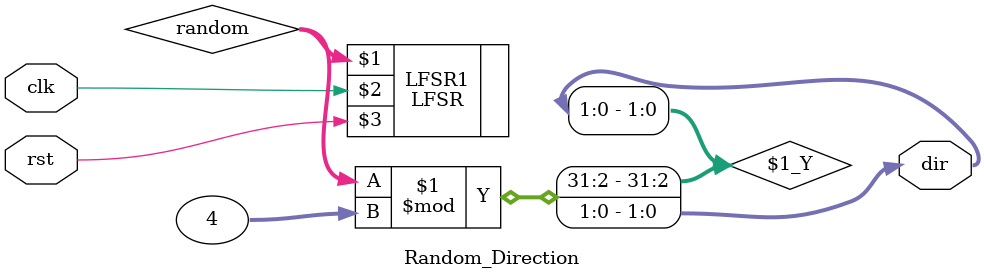
<source format=v>
`timescale 1ns / 1ps

module Random_Direction(dir, clk, rst);
    input rst, clk;
    output wire [1:0] dir;
    wire [3:0] random;
    LFSR LFSR1(random, clk, rst);
    
    assign dir = random % 4;
    
endmodule

</source>
